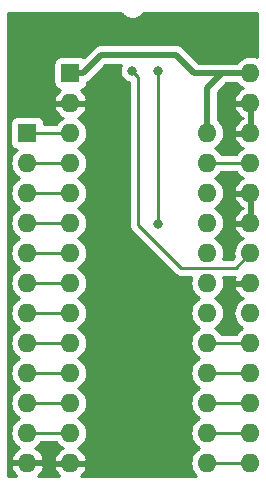
<source format=gbr>
G04 #@! TF.GenerationSoftware,KiCad,Pcbnew,(5.1.4)-1*
G04 #@! TF.CreationDate,2021-05-13T22:14:35-04:00*
G04 #@! TF.ProjectId,27c256_to_82s141,32376332-3536-45f7-946f-5f3832733134,rev?*
G04 #@! TF.SameCoordinates,Original*
G04 #@! TF.FileFunction,Copper,L1,Top*
G04 #@! TF.FilePolarity,Positive*
%FSLAX46Y46*%
G04 Gerber Fmt 4.6, Leading zero omitted, Abs format (unit mm)*
G04 Created by KiCad (PCBNEW (5.1.4)-1) date 2021-05-13 22:14:35*
%MOMM*%
%LPD*%
G04 APERTURE LIST*
%ADD10O,1.600000X1.600000*%
%ADD11R,1.600000X1.600000*%
%ADD12C,0.800000*%
%ADD13C,0.500000*%
%ADD14C,0.250000*%
%ADD15C,0.254000*%
G04 APERTURE END LIST*
D10*
X122390000Y-55800000D03*
X107150000Y-83740000D03*
X122390000Y-58340000D03*
X107150000Y-81200000D03*
X122390000Y-60880000D03*
X107150000Y-78660000D03*
X122390000Y-63420000D03*
X107150000Y-76120000D03*
X122390000Y-65960000D03*
X107150000Y-73580000D03*
X122390000Y-68500000D03*
X107150000Y-71040000D03*
X122390000Y-71040000D03*
X107150000Y-68500000D03*
X122390000Y-73580000D03*
X107150000Y-65960000D03*
X122390000Y-76120000D03*
X107150000Y-63420000D03*
X122390000Y-78660000D03*
X107150000Y-60880000D03*
X122390000Y-81200000D03*
X107150000Y-58340000D03*
X122390000Y-83740000D03*
D11*
X107150000Y-55800000D03*
D10*
X126045001Y-50735001D03*
X110805001Y-83755001D03*
X126045001Y-53275001D03*
X110805001Y-81215001D03*
X126045001Y-55815001D03*
X110805001Y-78675001D03*
X126045001Y-58355001D03*
X110805001Y-76135001D03*
X126045001Y-60895001D03*
X110805001Y-73595001D03*
X126045001Y-63435001D03*
X110805001Y-71055001D03*
X126045001Y-65975001D03*
X110805001Y-68515001D03*
X126045001Y-68515001D03*
X110805001Y-65975001D03*
X126045001Y-71055001D03*
X110805001Y-63435001D03*
X126045001Y-73595001D03*
X110805001Y-60895001D03*
X126045001Y-76135001D03*
X110805001Y-58355001D03*
X126045001Y-78675001D03*
X110805001Y-55815001D03*
X126045001Y-81215001D03*
X110805001Y-53275001D03*
X126045001Y-83755001D03*
D11*
X110805001Y-50735001D03*
D12*
X118450000Y-83800000D03*
X124550000Y-51950000D03*
X124200000Y-69850000D03*
X120250000Y-69850000D03*
X124250000Y-65600000D03*
X118240000Y-50540000D03*
X118260000Y-63480000D03*
X116030000Y-50540000D03*
D13*
X122380000Y-55800000D02*
X122380000Y-51960000D01*
X123604999Y-50735001D02*
X123130000Y-51210000D01*
X126045001Y-50735001D02*
X123604999Y-50735001D01*
X122380000Y-51960000D02*
X123130000Y-51210000D01*
X123604999Y-50735001D02*
X121295001Y-50735001D01*
X121295001Y-50735001D02*
X119750000Y-49190000D01*
X111855001Y-50735001D02*
X110805001Y-50735001D01*
X113400002Y-49190000D02*
X111855001Y-50735001D01*
X119750000Y-49190000D02*
X113400002Y-49190000D01*
D14*
X107165001Y-83755001D02*
X107150000Y-83740000D01*
X110805001Y-83755001D02*
X107165001Y-83755001D01*
X126030000Y-58340000D02*
X126045001Y-58355001D01*
X122380000Y-58340000D02*
X126030000Y-58340000D01*
X110790000Y-81200000D02*
X110805001Y-81215001D01*
X107150000Y-81200000D02*
X110790000Y-81200000D01*
X110820002Y-78660000D02*
X110805001Y-78675001D01*
X107165001Y-78675001D02*
X107150000Y-78660000D01*
X110805001Y-78675001D02*
X107165001Y-78675001D01*
X110790000Y-76120000D02*
X110805001Y-76135001D01*
X107150000Y-76120000D02*
X110790000Y-76120000D01*
X110820002Y-73580000D02*
X110805001Y-73595001D01*
X107165001Y-73595001D02*
X107150000Y-73580000D01*
X110805001Y-73595001D02*
X107165001Y-73595001D01*
X110790000Y-71040000D02*
X110805001Y-71055001D01*
X107150000Y-71040000D02*
X110790000Y-71040000D01*
X118240000Y-50540000D02*
X118240000Y-63460000D01*
X118240000Y-63460000D02*
X118260000Y-63480000D01*
X110820002Y-68500000D02*
X110805001Y-68515001D01*
X107165001Y-68515001D02*
X107150000Y-68500000D01*
X110805001Y-68515001D02*
X107165001Y-68515001D01*
X126030000Y-73580000D02*
X126045001Y-73595001D01*
X122380000Y-73580000D02*
X126030000Y-73580000D01*
X110820002Y-65960000D02*
X110805001Y-65975001D01*
X110790000Y-65960000D02*
X110805001Y-65975001D01*
X107150000Y-65960000D02*
X110790000Y-65960000D01*
X122395001Y-76135001D02*
X122380000Y-76120000D01*
X126045001Y-76135001D02*
X122395001Y-76135001D01*
X110820002Y-63420000D02*
X110805001Y-63435001D01*
X107165001Y-63435001D02*
X107150000Y-63420000D01*
X110805001Y-63435001D02*
X107165001Y-63435001D01*
X126030000Y-78660000D02*
X126045001Y-78675001D01*
X122380000Y-78660000D02*
X126030000Y-78660000D01*
X110820002Y-60880000D02*
X110805001Y-60895001D01*
X110790000Y-60880000D02*
X110805001Y-60895001D01*
X107150000Y-60880000D02*
X110790000Y-60880000D01*
X122395001Y-81215001D02*
X122380000Y-81200000D01*
X126045001Y-81215001D02*
X122395001Y-81215001D01*
X110820002Y-58340000D02*
X110805001Y-58355001D01*
X107165001Y-58355001D02*
X107150000Y-58340000D01*
X110805001Y-58355001D02*
X107165001Y-58355001D01*
X126030000Y-83740000D02*
X126045001Y-83755001D01*
X122380000Y-83740000D02*
X126030000Y-83740000D01*
X110820002Y-55800000D02*
X110805001Y-55815001D01*
X110790000Y-55800000D02*
X110805001Y-55815001D01*
X107150000Y-55800000D02*
X110790000Y-55800000D01*
X116030000Y-50540000D02*
X116540000Y-51050000D01*
X116540000Y-51050000D02*
X116540000Y-63620000D01*
X116540000Y-63620000D02*
X120140000Y-67220000D01*
X124800002Y-67220000D02*
X126045001Y-65975001D01*
X120140000Y-67220000D02*
X124800002Y-67220000D01*
D15*
G36*
X115121119Y-45693156D02*
G01*
X115126943Y-45700297D01*
X115189145Y-45775486D01*
X115231594Y-45817639D01*
X115273439Y-45860371D01*
X115280540Y-45866245D01*
X115356160Y-45927921D01*
X115406025Y-45961052D01*
X115455350Y-45994825D01*
X115463445Y-45999202D01*
X115463448Y-45999204D01*
X115463451Y-45999205D01*
X115463456Y-45999208D01*
X115549617Y-46045020D01*
X115604909Y-46067809D01*
X115659898Y-46091378D01*
X115668701Y-46094103D01*
X115762119Y-46122308D01*
X115820826Y-46133933D01*
X115879316Y-46146365D01*
X115888470Y-46147327D01*
X115888476Y-46147328D01*
X115888481Y-46147328D01*
X115985598Y-46156850D01*
X116014403Y-46156850D01*
X116043054Y-46159964D01*
X116052269Y-46159996D01*
X116055760Y-46159984D01*
X116084459Y-46157070D01*
X116113308Y-46157272D01*
X116122479Y-46156373D01*
X116219527Y-46146173D01*
X116278152Y-46134139D01*
X116336884Y-46122936D01*
X116345706Y-46120272D01*
X116438925Y-46091416D01*
X116494075Y-46068233D01*
X116549537Y-46045825D01*
X116557666Y-46041502D01*
X116557670Y-46041500D01*
X116557673Y-46041498D01*
X116643511Y-45995086D01*
X116693098Y-45961638D01*
X116743156Y-45928881D01*
X116750297Y-45923057D01*
X116825486Y-45860855D01*
X116867639Y-45818406D01*
X116910371Y-45776561D01*
X116916245Y-45769460D01*
X116977921Y-45693840D01*
X117000405Y-45660000D01*
X126590001Y-45660000D01*
X126590001Y-49400754D01*
X126326310Y-49320765D01*
X126115493Y-49300001D01*
X125974509Y-49300001D01*
X125763692Y-49320765D01*
X125493193Y-49402819D01*
X125243900Y-49536069D01*
X125025393Y-49715393D01*
X124914923Y-49850001D01*
X123648465Y-49850001D01*
X123604998Y-49845720D01*
X123561532Y-49850001D01*
X121661580Y-49850001D01*
X120406534Y-48594956D01*
X120378817Y-48561183D01*
X120244059Y-48450589D01*
X120090313Y-48368411D01*
X119923490Y-48317805D01*
X119793477Y-48305000D01*
X119793469Y-48305000D01*
X119750000Y-48300719D01*
X119706531Y-48305000D01*
X113443467Y-48305000D01*
X113400001Y-48300719D01*
X113356535Y-48305000D01*
X113356525Y-48305000D01*
X113226512Y-48317805D01*
X113059689Y-48368411D01*
X112905943Y-48450589D01*
X112905941Y-48450590D01*
X112905942Y-48450590D01*
X112804955Y-48533468D01*
X112804953Y-48533470D01*
X112771185Y-48561183D01*
X112743472Y-48594951D01*
X111942854Y-49395569D01*
X111849181Y-49345499D01*
X111729483Y-49309189D01*
X111605001Y-49296929D01*
X110005001Y-49296929D01*
X109880519Y-49309189D01*
X109760821Y-49345499D01*
X109650507Y-49404464D01*
X109553816Y-49483816D01*
X109474464Y-49580507D01*
X109415499Y-49690821D01*
X109379189Y-49810519D01*
X109366929Y-49935001D01*
X109366929Y-51535001D01*
X109379189Y-51659483D01*
X109415499Y-51779181D01*
X109474464Y-51889495D01*
X109553816Y-51986186D01*
X109650507Y-52065538D01*
X109760821Y-52124503D01*
X109880519Y-52160813D01*
X109905081Y-52163232D01*
X109741482Y-52311587D01*
X109573964Y-52537581D01*
X109453755Y-52791914D01*
X109413097Y-52925962D01*
X109535086Y-53148001D01*
X110678001Y-53148001D01*
X110678001Y-53128001D01*
X110932001Y-53128001D01*
X110932001Y-53148001D01*
X112074916Y-53148001D01*
X112196905Y-52925962D01*
X112156247Y-52791914D01*
X112036038Y-52537581D01*
X111868520Y-52311587D01*
X111704921Y-52163232D01*
X111729483Y-52160813D01*
X111849181Y-52124503D01*
X111959495Y-52065538D01*
X112056186Y-51986186D01*
X112135538Y-51889495D01*
X112194503Y-51779181D01*
X112230813Y-51659483D01*
X112243073Y-51535001D01*
X112243073Y-51531063D01*
X112349060Y-51474412D01*
X112483818Y-51363818D01*
X112511535Y-51330045D01*
X113766581Y-50075000D01*
X115102334Y-50075000D01*
X115034774Y-50238102D01*
X114995000Y-50438061D01*
X114995000Y-50641939D01*
X115034774Y-50841898D01*
X115112795Y-51030256D01*
X115226063Y-51199774D01*
X115370226Y-51343937D01*
X115539744Y-51457205D01*
X115728102Y-51535226D01*
X115780000Y-51545549D01*
X115780001Y-63582668D01*
X115776324Y-63620000D01*
X115790998Y-63768985D01*
X115834454Y-63912246D01*
X115905026Y-64044276D01*
X115963046Y-64114973D01*
X116000000Y-64160001D01*
X116028998Y-64183799D01*
X119576201Y-67731003D01*
X119599999Y-67760001D01*
X119715724Y-67854974D01*
X119847753Y-67925546D01*
X119991014Y-67969003D01*
X120102667Y-67980000D01*
X120102677Y-67980000D01*
X120140000Y-67983676D01*
X120177323Y-67980000D01*
X121048169Y-67980000D01*
X120975764Y-68218691D01*
X120948057Y-68500000D01*
X120975764Y-68781309D01*
X121057818Y-69051808D01*
X121191068Y-69301101D01*
X121370392Y-69519608D01*
X121588899Y-69698932D01*
X121721858Y-69770000D01*
X121588899Y-69841068D01*
X121370392Y-70020392D01*
X121191068Y-70238899D01*
X121057818Y-70488192D01*
X120975764Y-70758691D01*
X120948057Y-71040000D01*
X120975764Y-71321309D01*
X121057818Y-71591808D01*
X121191068Y-71841101D01*
X121370392Y-72059608D01*
X121588899Y-72238932D01*
X121721858Y-72310000D01*
X121588899Y-72381068D01*
X121370392Y-72560392D01*
X121191068Y-72778899D01*
X121057818Y-73028192D01*
X120975764Y-73298691D01*
X120948057Y-73580000D01*
X120975764Y-73861309D01*
X121057818Y-74131808D01*
X121191068Y-74381101D01*
X121370392Y-74599608D01*
X121588899Y-74778932D01*
X121721858Y-74850000D01*
X121588899Y-74921068D01*
X121370392Y-75100392D01*
X121191068Y-75318899D01*
X121057818Y-75568192D01*
X120975764Y-75838691D01*
X120948057Y-76120000D01*
X120975764Y-76401309D01*
X121057818Y-76671808D01*
X121191068Y-76921101D01*
X121370392Y-77139608D01*
X121588899Y-77318932D01*
X121721858Y-77390000D01*
X121588899Y-77461068D01*
X121370392Y-77640392D01*
X121191068Y-77858899D01*
X121057818Y-78108192D01*
X120975764Y-78378691D01*
X120948057Y-78660000D01*
X120975764Y-78941309D01*
X121057818Y-79211808D01*
X121191068Y-79461101D01*
X121370392Y-79679608D01*
X121588899Y-79858932D01*
X121721858Y-79930000D01*
X121588899Y-80001068D01*
X121370392Y-80180392D01*
X121191068Y-80398899D01*
X121057818Y-80648192D01*
X120975764Y-80918691D01*
X120948057Y-81200000D01*
X120975764Y-81481309D01*
X121057818Y-81751808D01*
X121191068Y-82001101D01*
X121370392Y-82219608D01*
X121588899Y-82398932D01*
X121721858Y-82470000D01*
X121588899Y-82541068D01*
X121370392Y-82720392D01*
X121191068Y-82938899D01*
X121057818Y-83188192D01*
X120975764Y-83458691D01*
X120948057Y-83740000D01*
X120975764Y-84021309D01*
X121057818Y-84291808D01*
X121191068Y-84541101D01*
X121370392Y-84759608D01*
X121468350Y-84840000D01*
X111734442Y-84840000D01*
X111868520Y-84718415D01*
X112036038Y-84492421D01*
X112156247Y-84238088D01*
X112196905Y-84104040D01*
X112074916Y-83882001D01*
X110932001Y-83882001D01*
X110932001Y-83902001D01*
X110678001Y-83902001D01*
X110678001Y-83882001D01*
X109535086Y-83882001D01*
X109413097Y-84104040D01*
X109453755Y-84238088D01*
X109573964Y-84492421D01*
X109741482Y-84718415D01*
X109875560Y-84840000D01*
X108062899Y-84840000D01*
X108213519Y-84703414D01*
X108381037Y-84477420D01*
X108501246Y-84223087D01*
X108541904Y-84089039D01*
X108419915Y-83867000D01*
X107277000Y-83867000D01*
X107277000Y-83887000D01*
X107023000Y-83887000D01*
X107023000Y-83867000D01*
X105880085Y-83867000D01*
X105758096Y-84089039D01*
X105798754Y-84223087D01*
X105918963Y-84477420D01*
X106086481Y-84703414D01*
X106237101Y-84840000D01*
X105510000Y-84840000D01*
X105510000Y-58340000D01*
X105708057Y-58340000D01*
X105735764Y-58621309D01*
X105817818Y-58891808D01*
X105951068Y-59141101D01*
X106130392Y-59359608D01*
X106348899Y-59538932D01*
X106481858Y-59610000D01*
X106348899Y-59681068D01*
X106130392Y-59860392D01*
X105951068Y-60078899D01*
X105817818Y-60328192D01*
X105735764Y-60598691D01*
X105708057Y-60880000D01*
X105735764Y-61161309D01*
X105817818Y-61431808D01*
X105951068Y-61681101D01*
X106130392Y-61899608D01*
X106348899Y-62078932D01*
X106481858Y-62150000D01*
X106348899Y-62221068D01*
X106130392Y-62400392D01*
X105951068Y-62618899D01*
X105817818Y-62868192D01*
X105735764Y-63138691D01*
X105708057Y-63420000D01*
X105735764Y-63701309D01*
X105817818Y-63971808D01*
X105951068Y-64221101D01*
X106130392Y-64439608D01*
X106348899Y-64618932D01*
X106481858Y-64690000D01*
X106348899Y-64761068D01*
X106130392Y-64940392D01*
X105951068Y-65158899D01*
X105817818Y-65408192D01*
X105735764Y-65678691D01*
X105708057Y-65960000D01*
X105735764Y-66241309D01*
X105817818Y-66511808D01*
X105951068Y-66761101D01*
X106130392Y-66979608D01*
X106348899Y-67158932D01*
X106481858Y-67230000D01*
X106348899Y-67301068D01*
X106130392Y-67480392D01*
X105951068Y-67698899D01*
X105817818Y-67948192D01*
X105735764Y-68218691D01*
X105708057Y-68500000D01*
X105735764Y-68781309D01*
X105817818Y-69051808D01*
X105951068Y-69301101D01*
X106130392Y-69519608D01*
X106348899Y-69698932D01*
X106481858Y-69770000D01*
X106348899Y-69841068D01*
X106130392Y-70020392D01*
X105951068Y-70238899D01*
X105817818Y-70488192D01*
X105735764Y-70758691D01*
X105708057Y-71040000D01*
X105735764Y-71321309D01*
X105817818Y-71591808D01*
X105951068Y-71841101D01*
X106130392Y-72059608D01*
X106348899Y-72238932D01*
X106481858Y-72310000D01*
X106348899Y-72381068D01*
X106130392Y-72560392D01*
X105951068Y-72778899D01*
X105817818Y-73028192D01*
X105735764Y-73298691D01*
X105708057Y-73580000D01*
X105735764Y-73861309D01*
X105817818Y-74131808D01*
X105951068Y-74381101D01*
X106130392Y-74599608D01*
X106348899Y-74778932D01*
X106481858Y-74850000D01*
X106348899Y-74921068D01*
X106130392Y-75100392D01*
X105951068Y-75318899D01*
X105817818Y-75568192D01*
X105735764Y-75838691D01*
X105708057Y-76120000D01*
X105735764Y-76401309D01*
X105817818Y-76671808D01*
X105951068Y-76921101D01*
X106130392Y-77139608D01*
X106348899Y-77318932D01*
X106481858Y-77390000D01*
X106348899Y-77461068D01*
X106130392Y-77640392D01*
X105951068Y-77858899D01*
X105817818Y-78108192D01*
X105735764Y-78378691D01*
X105708057Y-78660000D01*
X105735764Y-78941309D01*
X105817818Y-79211808D01*
X105951068Y-79461101D01*
X106130392Y-79679608D01*
X106348899Y-79858932D01*
X106481858Y-79930000D01*
X106348899Y-80001068D01*
X106130392Y-80180392D01*
X105951068Y-80398899D01*
X105817818Y-80648192D01*
X105735764Y-80918691D01*
X105708057Y-81200000D01*
X105735764Y-81481309D01*
X105817818Y-81751808D01*
X105951068Y-82001101D01*
X106130392Y-82219608D01*
X106348899Y-82398932D01*
X106486682Y-82472579D01*
X106294869Y-82587615D01*
X106086481Y-82776586D01*
X105918963Y-83002580D01*
X105798754Y-83256913D01*
X105758096Y-83390961D01*
X105880085Y-83613000D01*
X107023000Y-83613000D01*
X107023000Y-83593000D01*
X107277000Y-83593000D01*
X107277000Y-83613000D01*
X108419915Y-83613000D01*
X108541904Y-83390961D01*
X108501246Y-83256913D01*
X108381037Y-83002580D01*
X108213519Y-82776586D01*
X108005131Y-82587615D01*
X107813318Y-82472579D01*
X107951101Y-82398932D01*
X108169608Y-82219608D01*
X108348932Y-82001101D01*
X108370901Y-81960000D01*
X109576082Y-81960000D01*
X109606069Y-82016102D01*
X109785393Y-82234609D01*
X110003900Y-82413933D01*
X110141683Y-82487580D01*
X109949870Y-82602616D01*
X109741482Y-82791587D01*
X109573964Y-83017581D01*
X109453755Y-83271914D01*
X109413097Y-83405962D01*
X109535086Y-83628001D01*
X110678001Y-83628001D01*
X110678001Y-83608001D01*
X110932001Y-83608001D01*
X110932001Y-83628001D01*
X112074916Y-83628001D01*
X112196905Y-83405962D01*
X112156247Y-83271914D01*
X112036038Y-83017581D01*
X111868520Y-82791587D01*
X111660132Y-82602616D01*
X111468319Y-82487580D01*
X111606102Y-82413933D01*
X111824609Y-82234609D01*
X112003933Y-82016102D01*
X112137183Y-81766809D01*
X112219237Y-81496310D01*
X112246944Y-81215001D01*
X112219237Y-80933692D01*
X112137183Y-80663193D01*
X112003933Y-80413900D01*
X111824609Y-80195393D01*
X111606102Y-80016069D01*
X111473143Y-79945001D01*
X111606102Y-79873933D01*
X111824609Y-79694609D01*
X112003933Y-79476102D01*
X112137183Y-79226809D01*
X112219237Y-78956310D01*
X112246944Y-78675001D01*
X112219237Y-78393692D01*
X112137183Y-78123193D01*
X112003933Y-77873900D01*
X111824609Y-77655393D01*
X111606102Y-77476069D01*
X111473143Y-77405001D01*
X111606102Y-77333933D01*
X111824609Y-77154609D01*
X112003933Y-76936102D01*
X112137183Y-76686809D01*
X112219237Y-76416310D01*
X112246944Y-76135001D01*
X112219237Y-75853692D01*
X112137183Y-75583193D01*
X112003933Y-75333900D01*
X111824609Y-75115393D01*
X111606102Y-74936069D01*
X111473143Y-74865001D01*
X111606102Y-74793933D01*
X111824609Y-74614609D01*
X112003933Y-74396102D01*
X112137183Y-74146809D01*
X112219237Y-73876310D01*
X112246944Y-73595001D01*
X112219237Y-73313692D01*
X112137183Y-73043193D01*
X112003933Y-72793900D01*
X111824609Y-72575393D01*
X111606102Y-72396069D01*
X111473143Y-72325001D01*
X111606102Y-72253933D01*
X111824609Y-72074609D01*
X112003933Y-71856102D01*
X112137183Y-71606809D01*
X112219237Y-71336310D01*
X112246944Y-71055001D01*
X112219237Y-70773692D01*
X112137183Y-70503193D01*
X112003933Y-70253900D01*
X111824609Y-70035393D01*
X111606102Y-69856069D01*
X111473143Y-69785001D01*
X111606102Y-69713933D01*
X111824609Y-69534609D01*
X112003933Y-69316102D01*
X112137183Y-69066809D01*
X112219237Y-68796310D01*
X112246944Y-68515001D01*
X112219237Y-68233692D01*
X112137183Y-67963193D01*
X112003933Y-67713900D01*
X111824609Y-67495393D01*
X111606102Y-67316069D01*
X111473143Y-67245001D01*
X111606102Y-67173933D01*
X111824609Y-66994609D01*
X112003933Y-66776102D01*
X112137183Y-66526809D01*
X112219237Y-66256310D01*
X112246944Y-65975001D01*
X112219237Y-65693692D01*
X112137183Y-65423193D01*
X112003933Y-65173900D01*
X111824609Y-64955393D01*
X111606102Y-64776069D01*
X111473143Y-64705001D01*
X111606102Y-64633933D01*
X111824609Y-64454609D01*
X112003933Y-64236102D01*
X112137183Y-63986809D01*
X112219237Y-63716310D01*
X112246944Y-63435001D01*
X112219237Y-63153692D01*
X112137183Y-62883193D01*
X112003933Y-62633900D01*
X111824609Y-62415393D01*
X111606102Y-62236069D01*
X111473143Y-62165001D01*
X111606102Y-62093933D01*
X111824609Y-61914609D01*
X112003933Y-61696102D01*
X112137183Y-61446809D01*
X112219237Y-61176310D01*
X112246944Y-60895001D01*
X112219237Y-60613692D01*
X112137183Y-60343193D01*
X112003933Y-60093900D01*
X111824609Y-59875393D01*
X111606102Y-59696069D01*
X111473143Y-59625001D01*
X111606102Y-59553933D01*
X111824609Y-59374609D01*
X112003933Y-59156102D01*
X112137183Y-58906809D01*
X112219237Y-58636310D01*
X112246944Y-58355001D01*
X112219237Y-58073692D01*
X112137183Y-57803193D01*
X112003933Y-57553900D01*
X111824609Y-57335393D01*
X111606102Y-57156069D01*
X111473143Y-57085001D01*
X111606102Y-57013933D01*
X111824609Y-56834609D01*
X112003933Y-56616102D01*
X112137183Y-56366809D01*
X112219237Y-56096310D01*
X112246944Y-55815001D01*
X112219237Y-55533692D01*
X112137183Y-55263193D01*
X112003933Y-55013900D01*
X111824609Y-54795393D01*
X111606102Y-54616069D01*
X111468319Y-54542422D01*
X111660132Y-54427386D01*
X111868520Y-54238415D01*
X112036038Y-54012421D01*
X112156247Y-53758088D01*
X112196905Y-53624040D01*
X112074916Y-53402001D01*
X110932001Y-53402001D01*
X110932001Y-53422001D01*
X110678001Y-53422001D01*
X110678001Y-53402001D01*
X109535086Y-53402001D01*
X109413097Y-53624040D01*
X109453755Y-53758088D01*
X109573964Y-54012421D01*
X109741482Y-54238415D01*
X109949870Y-54427386D01*
X110141683Y-54542422D01*
X110003900Y-54616069D01*
X109785393Y-54795393D01*
X109606069Y-55013900D01*
X109592118Y-55040000D01*
X108588072Y-55040000D01*
X108588072Y-55000000D01*
X108575812Y-54875518D01*
X108539502Y-54755820D01*
X108480537Y-54645506D01*
X108401185Y-54548815D01*
X108304494Y-54469463D01*
X108194180Y-54410498D01*
X108074482Y-54374188D01*
X107950000Y-54361928D01*
X106350000Y-54361928D01*
X106225518Y-54374188D01*
X106105820Y-54410498D01*
X105995506Y-54469463D01*
X105898815Y-54548815D01*
X105819463Y-54645506D01*
X105760498Y-54755820D01*
X105724188Y-54875518D01*
X105711928Y-55000000D01*
X105711928Y-56600000D01*
X105724188Y-56724482D01*
X105760498Y-56844180D01*
X105819463Y-56954494D01*
X105898815Y-57051185D01*
X105995506Y-57130537D01*
X106105820Y-57189502D01*
X106225518Y-57225812D01*
X106243482Y-57227581D01*
X106130392Y-57320392D01*
X105951068Y-57538899D01*
X105817818Y-57788192D01*
X105735764Y-58058691D01*
X105708057Y-58340000D01*
X105510000Y-58340000D01*
X105510000Y-45660000D01*
X115099422Y-45660000D01*
X115121119Y-45693156D01*
X115121119Y-45693156D01*
G37*
X115121119Y-45693156D02*
X115126943Y-45700297D01*
X115189145Y-45775486D01*
X115231594Y-45817639D01*
X115273439Y-45860371D01*
X115280540Y-45866245D01*
X115356160Y-45927921D01*
X115406025Y-45961052D01*
X115455350Y-45994825D01*
X115463445Y-45999202D01*
X115463448Y-45999204D01*
X115463451Y-45999205D01*
X115463456Y-45999208D01*
X115549617Y-46045020D01*
X115604909Y-46067809D01*
X115659898Y-46091378D01*
X115668701Y-46094103D01*
X115762119Y-46122308D01*
X115820826Y-46133933D01*
X115879316Y-46146365D01*
X115888470Y-46147327D01*
X115888476Y-46147328D01*
X115888481Y-46147328D01*
X115985598Y-46156850D01*
X116014403Y-46156850D01*
X116043054Y-46159964D01*
X116052269Y-46159996D01*
X116055760Y-46159984D01*
X116084459Y-46157070D01*
X116113308Y-46157272D01*
X116122479Y-46156373D01*
X116219527Y-46146173D01*
X116278152Y-46134139D01*
X116336884Y-46122936D01*
X116345706Y-46120272D01*
X116438925Y-46091416D01*
X116494075Y-46068233D01*
X116549537Y-46045825D01*
X116557666Y-46041502D01*
X116557670Y-46041500D01*
X116557673Y-46041498D01*
X116643511Y-45995086D01*
X116693098Y-45961638D01*
X116743156Y-45928881D01*
X116750297Y-45923057D01*
X116825486Y-45860855D01*
X116867639Y-45818406D01*
X116910371Y-45776561D01*
X116916245Y-45769460D01*
X116977921Y-45693840D01*
X117000405Y-45660000D01*
X126590001Y-45660000D01*
X126590001Y-49400754D01*
X126326310Y-49320765D01*
X126115493Y-49300001D01*
X125974509Y-49300001D01*
X125763692Y-49320765D01*
X125493193Y-49402819D01*
X125243900Y-49536069D01*
X125025393Y-49715393D01*
X124914923Y-49850001D01*
X123648465Y-49850001D01*
X123604998Y-49845720D01*
X123561532Y-49850001D01*
X121661580Y-49850001D01*
X120406534Y-48594956D01*
X120378817Y-48561183D01*
X120244059Y-48450589D01*
X120090313Y-48368411D01*
X119923490Y-48317805D01*
X119793477Y-48305000D01*
X119793469Y-48305000D01*
X119750000Y-48300719D01*
X119706531Y-48305000D01*
X113443467Y-48305000D01*
X113400001Y-48300719D01*
X113356535Y-48305000D01*
X113356525Y-48305000D01*
X113226512Y-48317805D01*
X113059689Y-48368411D01*
X112905943Y-48450589D01*
X112905941Y-48450590D01*
X112905942Y-48450590D01*
X112804955Y-48533468D01*
X112804953Y-48533470D01*
X112771185Y-48561183D01*
X112743472Y-48594951D01*
X111942854Y-49395569D01*
X111849181Y-49345499D01*
X111729483Y-49309189D01*
X111605001Y-49296929D01*
X110005001Y-49296929D01*
X109880519Y-49309189D01*
X109760821Y-49345499D01*
X109650507Y-49404464D01*
X109553816Y-49483816D01*
X109474464Y-49580507D01*
X109415499Y-49690821D01*
X109379189Y-49810519D01*
X109366929Y-49935001D01*
X109366929Y-51535001D01*
X109379189Y-51659483D01*
X109415499Y-51779181D01*
X109474464Y-51889495D01*
X109553816Y-51986186D01*
X109650507Y-52065538D01*
X109760821Y-52124503D01*
X109880519Y-52160813D01*
X109905081Y-52163232D01*
X109741482Y-52311587D01*
X109573964Y-52537581D01*
X109453755Y-52791914D01*
X109413097Y-52925962D01*
X109535086Y-53148001D01*
X110678001Y-53148001D01*
X110678001Y-53128001D01*
X110932001Y-53128001D01*
X110932001Y-53148001D01*
X112074916Y-53148001D01*
X112196905Y-52925962D01*
X112156247Y-52791914D01*
X112036038Y-52537581D01*
X111868520Y-52311587D01*
X111704921Y-52163232D01*
X111729483Y-52160813D01*
X111849181Y-52124503D01*
X111959495Y-52065538D01*
X112056186Y-51986186D01*
X112135538Y-51889495D01*
X112194503Y-51779181D01*
X112230813Y-51659483D01*
X112243073Y-51535001D01*
X112243073Y-51531063D01*
X112349060Y-51474412D01*
X112483818Y-51363818D01*
X112511535Y-51330045D01*
X113766581Y-50075000D01*
X115102334Y-50075000D01*
X115034774Y-50238102D01*
X114995000Y-50438061D01*
X114995000Y-50641939D01*
X115034774Y-50841898D01*
X115112795Y-51030256D01*
X115226063Y-51199774D01*
X115370226Y-51343937D01*
X115539744Y-51457205D01*
X115728102Y-51535226D01*
X115780000Y-51545549D01*
X115780001Y-63582668D01*
X115776324Y-63620000D01*
X115790998Y-63768985D01*
X115834454Y-63912246D01*
X115905026Y-64044276D01*
X115963046Y-64114973D01*
X116000000Y-64160001D01*
X116028998Y-64183799D01*
X119576201Y-67731003D01*
X119599999Y-67760001D01*
X119715724Y-67854974D01*
X119847753Y-67925546D01*
X119991014Y-67969003D01*
X120102667Y-67980000D01*
X120102677Y-67980000D01*
X120140000Y-67983676D01*
X120177323Y-67980000D01*
X121048169Y-67980000D01*
X120975764Y-68218691D01*
X120948057Y-68500000D01*
X120975764Y-68781309D01*
X121057818Y-69051808D01*
X121191068Y-69301101D01*
X121370392Y-69519608D01*
X121588899Y-69698932D01*
X121721858Y-69770000D01*
X121588899Y-69841068D01*
X121370392Y-70020392D01*
X121191068Y-70238899D01*
X121057818Y-70488192D01*
X120975764Y-70758691D01*
X120948057Y-71040000D01*
X120975764Y-71321309D01*
X121057818Y-71591808D01*
X121191068Y-71841101D01*
X121370392Y-72059608D01*
X121588899Y-72238932D01*
X121721858Y-72310000D01*
X121588899Y-72381068D01*
X121370392Y-72560392D01*
X121191068Y-72778899D01*
X121057818Y-73028192D01*
X120975764Y-73298691D01*
X120948057Y-73580000D01*
X120975764Y-73861309D01*
X121057818Y-74131808D01*
X121191068Y-74381101D01*
X121370392Y-74599608D01*
X121588899Y-74778932D01*
X121721858Y-74850000D01*
X121588899Y-74921068D01*
X121370392Y-75100392D01*
X121191068Y-75318899D01*
X121057818Y-75568192D01*
X120975764Y-75838691D01*
X120948057Y-76120000D01*
X120975764Y-76401309D01*
X121057818Y-76671808D01*
X121191068Y-76921101D01*
X121370392Y-77139608D01*
X121588899Y-77318932D01*
X121721858Y-77390000D01*
X121588899Y-77461068D01*
X121370392Y-77640392D01*
X121191068Y-77858899D01*
X121057818Y-78108192D01*
X120975764Y-78378691D01*
X120948057Y-78660000D01*
X120975764Y-78941309D01*
X121057818Y-79211808D01*
X121191068Y-79461101D01*
X121370392Y-79679608D01*
X121588899Y-79858932D01*
X121721858Y-79930000D01*
X121588899Y-80001068D01*
X121370392Y-80180392D01*
X121191068Y-80398899D01*
X121057818Y-80648192D01*
X120975764Y-80918691D01*
X120948057Y-81200000D01*
X120975764Y-81481309D01*
X121057818Y-81751808D01*
X121191068Y-82001101D01*
X121370392Y-82219608D01*
X121588899Y-82398932D01*
X121721858Y-82470000D01*
X121588899Y-82541068D01*
X121370392Y-82720392D01*
X121191068Y-82938899D01*
X121057818Y-83188192D01*
X120975764Y-83458691D01*
X120948057Y-83740000D01*
X120975764Y-84021309D01*
X121057818Y-84291808D01*
X121191068Y-84541101D01*
X121370392Y-84759608D01*
X121468350Y-84840000D01*
X111734442Y-84840000D01*
X111868520Y-84718415D01*
X112036038Y-84492421D01*
X112156247Y-84238088D01*
X112196905Y-84104040D01*
X112074916Y-83882001D01*
X110932001Y-83882001D01*
X110932001Y-83902001D01*
X110678001Y-83902001D01*
X110678001Y-83882001D01*
X109535086Y-83882001D01*
X109413097Y-84104040D01*
X109453755Y-84238088D01*
X109573964Y-84492421D01*
X109741482Y-84718415D01*
X109875560Y-84840000D01*
X108062899Y-84840000D01*
X108213519Y-84703414D01*
X108381037Y-84477420D01*
X108501246Y-84223087D01*
X108541904Y-84089039D01*
X108419915Y-83867000D01*
X107277000Y-83867000D01*
X107277000Y-83887000D01*
X107023000Y-83887000D01*
X107023000Y-83867000D01*
X105880085Y-83867000D01*
X105758096Y-84089039D01*
X105798754Y-84223087D01*
X105918963Y-84477420D01*
X106086481Y-84703414D01*
X106237101Y-84840000D01*
X105510000Y-84840000D01*
X105510000Y-58340000D01*
X105708057Y-58340000D01*
X105735764Y-58621309D01*
X105817818Y-58891808D01*
X105951068Y-59141101D01*
X106130392Y-59359608D01*
X106348899Y-59538932D01*
X106481858Y-59610000D01*
X106348899Y-59681068D01*
X106130392Y-59860392D01*
X105951068Y-60078899D01*
X105817818Y-60328192D01*
X105735764Y-60598691D01*
X105708057Y-60880000D01*
X105735764Y-61161309D01*
X105817818Y-61431808D01*
X105951068Y-61681101D01*
X106130392Y-61899608D01*
X106348899Y-62078932D01*
X106481858Y-62150000D01*
X106348899Y-62221068D01*
X106130392Y-62400392D01*
X105951068Y-62618899D01*
X105817818Y-62868192D01*
X105735764Y-63138691D01*
X105708057Y-63420000D01*
X105735764Y-63701309D01*
X105817818Y-63971808D01*
X105951068Y-64221101D01*
X106130392Y-64439608D01*
X106348899Y-64618932D01*
X106481858Y-64690000D01*
X106348899Y-64761068D01*
X106130392Y-64940392D01*
X105951068Y-65158899D01*
X105817818Y-65408192D01*
X105735764Y-65678691D01*
X105708057Y-65960000D01*
X105735764Y-66241309D01*
X105817818Y-66511808D01*
X105951068Y-66761101D01*
X106130392Y-66979608D01*
X106348899Y-67158932D01*
X106481858Y-67230000D01*
X106348899Y-67301068D01*
X106130392Y-67480392D01*
X105951068Y-67698899D01*
X105817818Y-67948192D01*
X105735764Y-68218691D01*
X105708057Y-68500000D01*
X105735764Y-68781309D01*
X105817818Y-69051808D01*
X105951068Y-69301101D01*
X106130392Y-69519608D01*
X106348899Y-69698932D01*
X106481858Y-69770000D01*
X106348899Y-69841068D01*
X106130392Y-70020392D01*
X105951068Y-70238899D01*
X105817818Y-70488192D01*
X105735764Y-70758691D01*
X105708057Y-71040000D01*
X105735764Y-71321309D01*
X105817818Y-71591808D01*
X105951068Y-71841101D01*
X106130392Y-72059608D01*
X106348899Y-72238932D01*
X106481858Y-72310000D01*
X106348899Y-72381068D01*
X106130392Y-72560392D01*
X105951068Y-72778899D01*
X105817818Y-73028192D01*
X105735764Y-73298691D01*
X105708057Y-73580000D01*
X105735764Y-73861309D01*
X105817818Y-74131808D01*
X105951068Y-74381101D01*
X106130392Y-74599608D01*
X106348899Y-74778932D01*
X106481858Y-74850000D01*
X106348899Y-74921068D01*
X106130392Y-75100392D01*
X105951068Y-75318899D01*
X105817818Y-75568192D01*
X105735764Y-75838691D01*
X105708057Y-76120000D01*
X105735764Y-76401309D01*
X105817818Y-76671808D01*
X105951068Y-76921101D01*
X106130392Y-77139608D01*
X106348899Y-77318932D01*
X106481858Y-77390000D01*
X106348899Y-77461068D01*
X106130392Y-77640392D01*
X105951068Y-77858899D01*
X105817818Y-78108192D01*
X105735764Y-78378691D01*
X105708057Y-78660000D01*
X105735764Y-78941309D01*
X105817818Y-79211808D01*
X105951068Y-79461101D01*
X106130392Y-79679608D01*
X106348899Y-79858932D01*
X106481858Y-79930000D01*
X106348899Y-80001068D01*
X106130392Y-80180392D01*
X105951068Y-80398899D01*
X105817818Y-80648192D01*
X105735764Y-80918691D01*
X105708057Y-81200000D01*
X105735764Y-81481309D01*
X105817818Y-81751808D01*
X105951068Y-82001101D01*
X106130392Y-82219608D01*
X106348899Y-82398932D01*
X106486682Y-82472579D01*
X106294869Y-82587615D01*
X106086481Y-82776586D01*
X105918963Y-83002580D01*
X105798754Y-83256913D01*
X105758096Y-83390961D01*
X105880085Y-83613000D01*
X107023000Y-83613000D01*
X107023000Y-83593000D01*
X107277000Y-83593000D01*
X107277000Y-83613000D01*
X108419915Y-83613000D01*
X108541904Y-83390961D01*
X108501246Y-83256913D01*
X108381037Y-83002580D01*
X108213519Y-82776586D01*
X108005131Y-82587615D01*
X107813318Y-82472579D01*
X107951101Y-82398932D01*
X108169608Y-82219608D01*
X108348932Y-82001101D01*
X108370901Y-81960000D01*
X109576082Y-81960000D01*
X109606069Y-82016102D01*
X109785393Y-82234609D01*
X110003900Y-82413933D01*
X110141683Y-82487580D01*
X109949870Y-82602616D01*
X109741482Y-82791587D01*
X109573964Y-83017581D01*
X109453755Y-83271914D01*
X109413097Y-83405962D01*
X109535086Y-83628001D01*
X110678001Y-83628001D01*
X110678001Y-83608001D01*
X110932001Y-83608001D01*
X110932001Y-83628001D01*
X112074916Y-83628001D01*
X112196905Y-83405962D01*
X112156247Y-83271914D01*
X112036038Y-83017581D01*
X111868520Y-82791587D01*
X111660132Y-82602616D01*
X111468319Y-82487580D01*
X111606102Y-82413933D01*
X111824609Y-82234609D01*
X112003933Y-82016102D01*
X112137183Y-81766809D01*
X112219237Y-81496310D01*
X112246944Y-81215001D01*
X112219237Y-80933692D01*
X112137183Y-80663193D01*
X112003933Y-80413900D01*
X111824609Y-80195393D01*
X111606102Y-80016069D01*
X111473143Y-79945001D01*
X111606102Y-79873933D01*
X111824609Y-79694609D01*
X112003933Y-79476102D01*
X112137183Y-79226809D01*
X112219237Y-78956310D01*
X112246944Y-78675001D01*
X112219237Y-78393692D01*
X112137183Y-78123193D01*
X112003933Y-77873900D01*
X111824609Y-77655393D01*
X111606102Y-77476069D01*
X111473143Y-77405001D01*
X111606102Y-77333933D01*
X111824609Y-77154609D01*
X112003933Y-76936102D01*
X112137183Y-76686809D01*
X112219237Y-76416310D01*
X112246944Y-76135001D01*
X112219237Y-75853692D01*
X112137183Y-75583193D01*
X112003933Y-75333900D01*
X111824609Y-75115393D01*
X111606102Y-74936069D01*
X111473143Y-74865001D01*
X111606102Y-74793933D01*
X111824609Y-74614609D01*
X112003933Y-74396102D01*
X112137183Y-74146809D01*
X112219237Y-73876310D01*
X112246944Y-73595001D01*
X112219237Y-73313692D01*
X112137183Y-73043193D01*
X112003933Y-72793900D01*
X111824609Y-72575393D01*
X111606102Y-72396069D01*
X111473143Y-72325001D01*
X111606102Y-72253933D01*
X111824609Y-72074609D01*
X112003933Y-71856102D01*
X112137183Y-71606809D01*
X112219237Y-71336310D01*
X112246944Y-71055001D01*
X112219237Y-70773692D01*
X112137183Y-70503193D01*
X112003933Y-70253900D01*
X111824609Y-70035393D01*
X111606102Y-69856069D01*
X111473143Y-69785001D01*
X111606102Y-69713933D01*
X111824609Y-69534609D01*
X112003933Y-69316102D01*
X112137183Y-69066809D01*
X112219237Y-68796310D01*
X112246944Y-68515001D01*
X112219237Y-68233692D01*
X112137183Y-67963193D01*
X112003933Y-67713900D01*
X111824609Y-67495393D01*
X111606102Y-67316069D01*
X111473143Y-67245001D01*
X111606102Y-67173933D01*
X111824609Y-66994609D01*
X112003933Y-66776102D01*
X112137183Y-66526809D01*
X112219237Y-66256310D01*
X112246944Y-65975001D01*
X112219237Y-65693692D01*
X112137183Y-65423193D01*
X112003933Y-65173900D01*
X111824609Y-64955393D01*
X111606102Y-64776069D01*
X111473143Y-64705001D01*
X111606102Y-64633933D01*
X111824609Y-64454609D01*
X112003933Y-64236102D01*
X112137183Y-63986809D01*
X112219237Y-63716310D01*
X112246944Y-63435001D01*
X112219237Y-63153692D01*
X112137183Y-62883193D01*
X112003933Y-62633900D01*
X111824609Y-62415393D01*
X111606102Y-62236069D01*
X111473143Y-62165001D01*
X111606102Y-62093933D01*
X111824609Y-61914609D01*
X112003933Y-61696102D01*
X112137183Y-61446809D01*
X112219237Y-61176310D01*
X112246944Y-60895001D01*
X112219237Y-60613692D01*
X112137183Y-60343193D01*
X112003933Y-60093900D01*
X111824609Y-59875393D01*
X111606102Y-59696069D01*
X111473143Y-59625001D01*
X111606102Y-59553933D01*
X111824609Y-59374609D01*
X112003933Y-59156102D01*
X112137183Y-58906809D01*
X112219237Y-58636310D01*
X112246944Y-58355001D01*
X112219237Y-58073692D01*
X112137183Y-57803193D01*
X112003933Y-57553900D01*
X111824609Y-57335393D01*
X111606102Y-57156069D01*
X111473143Y-57085001D01*
X111606102Y-57013933D01*
X111824609Y-56834609D01*
X112003933Y-56616102D01*
X112137183Y-56366809D01*
X112219237Y-56096310D01*
X112246944Y-55815001D01*
X112219237Y-55533692D01*
X112137183Y-55263193D01*
X112003933Y-55013900D01*
X111824609Y-54795393D01*
X111606102Y-54616069D01*
X111468319Y-54542422D01*
X111660132Y-54427386D01*
X111868520Y-54238415D01*
X112036038Y-54012421D01*
X112156247Y-53758088D01*
X112196905Y-53624040D01*
X112074916Y-53402001D01*
X110932001Y-53402001D01*
X110932001Y-53422001D01*
X110678001Y-53422001D01*
X110678001Y-53402001D01*
X109535086Y-53402001D01*
X109413097Y-53624040D01*
X109453755Y-53758088D01*
X109573964Y-54012421D01*
X109741482Y-54238415D01*
X109949870Y-54427386D01*
X110141683Y-54542422D01*
X110003900Y-54616069D01*
X109785393Y-54795393D01*
X109606069Y-55013900D01*
X109592118Y-55040000D01*
X108588072Y-55040000D01*
X108588072Y-55000000D01*
X108575812Y-54875518D01*
X108539502Y-54755820D01*
X108480537Y-54645506D01*
X108401185Y-54548815D01*
X108304494Y-54469463D01*
X108194180Y-54410498D01*
X108074482Y-54374188D01*
X107950000Y-54361928D01*
X106350000Y-54361928D01*
X106225518Y-54374188D01*
X106105820Y-54410498D01*
X105995506Y-54469463D01*
X105898815Y-54548815D01*
X105819463Y-54645506D01*
X105760498Y-54755820D01*
X105724188Y-54875518D01*
X105711928Y-55000000D01*
X105711928Y-56600000D01*
X105724188Y-56724482D01*
X105760498Y-56844180D01*
X105819463Y-56954494D01*
X105898815Y-57051185D01*
X105995506Y-57130537D01*
X106105820Y-57189502D01*
X106225518Y-57225812D01*
X106243482Y-57227581D01*
X106130392Y-57320392D01*
X105951068Y-57538899D01*
X105817818Y-57788192D01*
X105735764Y-58058691D01*
X105708057Y-58340000D01*
X105510000Y-58340000D01*
X105510000Y-45660000D01*
X115099422Y-45660000D01*
X115121119Y-45693156D01*
G36*
X124693755Y-68031914D02*
G01*
X124653097Y-68165962D01*
X124775086Y-68388001D01*
X125918001Y-68388001D01*
X125918001Y-68368001D01*
X126172001Y-68368001D01*
X126172001Y-68388001D01*
X126192001Y-68388001D01*
X126192001Y-68642001D01*
X126172001Y-68642001D01*
X126172001Y-68662001D01*
X125918001Y-68662001D01*
X125918001Y-68642001D01*
X124775086Y-68642001D01*
X124653097Y-68864040D01*
X124693755Y-68998088D01*
X124813964Y-69252421D01*
X124981482Y-69478415D01*
X125189870Y-69667386D01*
X125381683Y-69782422D01*
X125243900Y-69856069D01*
X125025393Y-70035393D01*
X124846069Y-70253900D01*
X124712819Y-70503193D01*
X124630765Y-70773692D01*
X124603058Y-71055001D01*
X124630765Y-71336310D01*
X124712819Y-71606809D01*
X124846069Y-71856102D01*
X125025393Y-72074609D01*
X125243900Y-72253933D01*
X125376859Y-72325001D01*
X125243900Y-72396069D01*
X125025393Y-72575393D01*
X124846069Y-72793900D01*
X124832118Y-72820000D01*
X123610901Y-72820000D01*
X123588932Y-72778899D01*
X123409608Y-72560392D01*
X123191101Y-72381068D01*
X123058142Y-72310000D01*
X123191101Y-72238932D01*
X123409608Y-72059608D01*
X123588932Y-71841101D01*
X123722182Y-71591808D01*
X123804236Y-71321309D01*
X123831943Y-71040000D01*
X123804236Y-70758691D01*
X123722182Y-70488192D01*
X123588932Y-70238899D01*
X123409608Y-70020392D01*
X123191101Y-69841068D01*
X123058142Y-69770000D01*
X123191101Y-69698932D01*
X123409608Y-69519608D01*
X123588932Y-69301101D01*
X123722182Y-69051808D01*
X123804236Y-68781309D01*
X123831943Y-68500000D01*
X123804236Y-68218691D01*
X123731831Y-67980000D01*
X124718292Y-67980000D01*
X124693755Y-68031914D01*
X124693755Y-68031914D01*
G37*
X124693755Y-68031914D02*
X124653097Y-68165962D01*
X124775086Y-68388001D01*
X125918001Y-68388001D01*
X125918001Y-68368001D01*
X126172001Y-68368001D01*
X126172001Y-68388001D01*
X126192001Y-68388001D01*
X126192001Y-68642001D01*
X126172001Y-68642001D01*
X126172001Y-68662001D01*
X125918001Y-68662001D01*
X125918001Y-68642001D01*
X124775086Y-68642001D01*
X124653097Y-68864040D01*
X124693755Y-68998088D01*
X124813964Y-69252421D01*
X124981482Y-69478415D01*
X125189870Y-69667386D01*
X125381683Y-69782422D01*
X125243900Y-69856069D01*
X125025393Y-70035393D01*
X124846069Y-70253900D01*
X124712819Y-70503193D01*
X124630765Y-70773692D01*
X124603058Y-71055001D01*
X124630765Y-71336310D01*
X124712819Y-71606809D01*
X124846069Y-71856102D01*
X125025393Y-72074609D01*
X125243900Y-72253933D01*
X125376859Y-72325001D01*
X125243900Y-72396069D01*
X125025393Y-72575393D01*
X124846069Y-72793900D01*
X124832118Y-72820000D01*
X123610901Y-72820000D01*
X123588932Y-72778899D01*
X123409608Y-72560392D01*
X123191101Y-72381068D01*
X123058142Y-72310000D01*
X123191101Y-72238932D01*
X123409608Y-72059608D01*
X123588932Y-71841101D01*
X123722182Y-71591808D01*
X123804236Y-71321309D01*
X123831943Y-71040000D01*
X123804236Y-70758691D01*
X123722182Y-70488192D01*
X123588932Y-70238899D01*
X123409608Y-70020392D01*
X123191101Y-69841068D01*
X123058142Y-69770000D01*
X123191101Y-69698932D01*
X123409608Y-69519608D01*
X123588932Y-69301101D01*
X123722182Y-69051808D01*
X123804236Y-68781309D01*
X123831943Y-68500000D01*
X123804236Y-68218691D01*
X123731831Y-67980000D01*
X124718292Y-67980000D01*
X124693755Y-68031914D01*
G36*
X124846069Y-59156102D02*
G01*
X125025393Y-59374609D01*
X125243900Y-59553933D01*
X125381683Y-59627580D01*
X125189870Y-59742616D01*
X124981482Y-59931587D01*
X124813964Y-60157581D01*
X124693755Y-60411914D01*
X124653097Y-60545962D01*
X124775086Y-60768001D01*
X125918001Y-60768001D01*
X125918001Y-60748001D01*
X126172001Y-60748001D01*
X126172001Y-60768001D01*
X126192001Y-60768001D01*
X126192001Y-61022001D01*
X126172001Y-61022001D01*
X126172001Y-63308001D01*
X126192001Y-63308001D01*
X126192001Y-63562001D01*
X126172001Y-63562001D01*
X126172001Y-63582001D01*
X125918001Y-63582001D01*
X125918001Y-63562001D01*
X124775086Y-63562001D01*
X124653097Y-63784040D01*
X124693755Y-63918088D01*
X124813964Y-64172421D01*
X124981482Y-64398415D01*
X125189870Y-64587386D01*
X125381683Y-64702422D01*
X125243900Y-64776069D01*
X125025393Y-64955393D01*
X124846069Y-65173900D01*
X124712819Y-65423193D01*
X124630765Y-65693692D01*
X124603058Y-65975001D01*
X124630765Y-66256310D01*
X124644293Y-66300907D01*
X124485201Y-66460000D01*
X123737898Y-66460000D01*
X123804236Y-66241309D01*
X123831943Y-65960000D01*
X123804236Y-65678691D01*
X123722182Y-65408192D01*
X123588932Y-65158899D01*
X123409608Y-64940392D01*
X123191101Y-64761068D01*
X123058142Y-64690000D01*
X123191101Y-64618932D01*
X123409608Y-64439608D01*
X123588932Y-64221101D01*
X123722182Y-63971808D01*
X123804236Y-63701309D01*
X123831943Y-63420000D01*
X123804236Y-63138691D01*
X123722182Y-62868192D01*
X123588932Y-62618899D01*
X123409608Y-62400392D01*
X123191101Y-62221068D01*
X123058142Y-62150000D01*
X123191101Y-62078932D01*
X123409608Y-61899608D01*
X123588932Y-61681101D01*
X123722182Y-61431808D01*
X123779140Y-61244040D01*
X124653097Y-61244040D01*
X124693755Y-61378088D01*
X124813964Y-61632421D01*
X124981482Y-61858415D01*
X125189870Y-62047386D01*
X125385983Y-62165001D01*
X125189870Y-62282616D01*
X124981482Y-62471587D01*
X124813964Y-62697581D01*
X124693755Y-62951914D01*
X124653097Y-63085962D01*
X124775086Y-63308001D01*
X125918001Y-63308001D01*
X125918001Y-61022001D01*
X124775086Y-61022001D01*
X124653097Y-61244040D01*
X123779140Y-61244040D01*
X123804236Y-61161309D01*
X123831943Y-60880000D01*
X123804236Y-60598691D01*
X123722182Y-60328192D01*
X123588932Y-60078899D01*
X123409608Y-59860392D01*
X123191101Y-59681068D01*
X123058142Y-59610000D01*
X123191101Y-59538932D01*
X123409608Y-59359608D01*
X123588932Y-59141101D01*
X123610901Y-59100000D01*
X124816082Y-59100000D01*
X124846069Y-59156102D01*
X124846069Y-59156102D01*
G37*
X124846069Y-59156102D02*
X125025393Y-59374609D01*
X125243900Y-59553933D01*
X125381683Y-59627580D01*
X125189870Y-59742616D01*
X124981482Y-59931587D01*
X124813964Y-60157581D01*
X124693755Y-60411914D01*
X124653097Y-60545962D01*
X124775086Y-60768001D01*
X125918001Y-60768001D01*
X125918001Y-60748001D01*
X126172001Y-60748001D01*
X126172001Y-60768001D01*
X126192001Y-60768001D01*
X126192001Y-61022001D01*
X126172001Y-61022001D01*
X126172001Y-63308001D01*
X126192001Y-63308001D01*
X126192001Y-63562001D01*
X126172001Y-63562001D01*
X126172001Y-63582001D01*
X125918001Y-63582001D01*
X125918001Y-63562001D01*
X124775086Y-63562001D01*
X124653097Y-63784040D01*
X124693755Y-63918088D01*
X124813964Y-64172421D01*
X124981482Y-64398415D01*
X125189870Y-64587386D01*
X125381683Y-64702422D01*
X125243900Y-64776069D01*
X125025393Y-64955393D01*
X124846069Y-65173900D01*
X124712819Y-65423193D01*
X124630765Y-65693692D01*
X124603058Y-65975001D01*
X124630765Y-66256310D01*
X124644293Y-66300907D01*
X124485201Y-66460000D01*
X123737898Y-66460000D01*
X123804236Y-66241309D01*
X123831943Y-65960000D01*
X123804236Y-65678691D01*
X123722182Y-65408192D01*
X123588932Y-65158899D01*
X123409608Y-64940392D01*
X123191101Y-64761068D01*
X123058142Y-64690000D01*
X123191101Y-64618932D01*
X123409608Y-64439608D01*
X123588932Y-64221101D01*
X123722182Y-63971808D01*
X123804236Y-63701309D01*
X123831943Y-63420000D01*
X123804236Y-63138691D01*
X123722182Y-62868192D01*
X123588932Y-62618899D01*
X123409608Y-62400392D01*
X123191101Y-62221068D01*
X123058142Y-62150000D01*
X123191101Y-62078932D01*
X123409608Y-61899608D01*
X123588932Y-61681101D01*
X123722182Y-61431808D01*
X123779140Y-61244040D01*
X124653097Y-61244040D01*
X124693755Y-61378088D01*
X124813964Y-61632421D01*
X124981482Y-61858415D01*
X125189870Y-62047386D01*
X125385983Y-62165001D01*
X125189870Y-62282616D01*
X124981482Y-62471587D01*
X124813964Y-62697581D01*
X124693755Y-62951914D01*
X124653097Y-63085962D01*
X124775086Y-63308001D01*
X125918001Y-63308001D01*
X125918001Y-61022001D01*
X124775086Y-61022001D01*
X124653097Y-61244040D01*
X123779140Y-61244040D01*
X123804236Y-61161309D01*
X123831943Y-60880000D01*
X123804236Y-60598691D01*
X123722182Y-60328192D01*
X123588932Y-60078899D01*
X123409608Y-59860392D01*
X123191101Y-59681068D01*
X123058142Y-59610000D01*
X123191101Y-59538932D01*
X123409608Y-59359608D01*
X123588932Y-59141101D01*
X123610901Y-59100000D01*
X124816082Y-59100000D01*
X124846069Y-59156102D01*
G36*
X125025393Y-51754609D02*
G01*
X125243900Y-51933933D01*
X125381683Y-52007580D01*
X125189870Y-52122616D01*
X124981482Y-52311587D01*
X124813964Y-52537581D01*
X124693755Y-52791914D01*
X124653097Y-52925962D01*
X124775086Y-53148001D01*
X125918001Y-53148001D01*
X125918001Y-53128001D01*
X126172001Y-53128001D01*
X126172001Y-53148001D01*
X126192001Y-53148001D01*
X126192001Y-53402001D01*
X126172001Y-53402001D01*
X126172001Y-55688001D01*
X126192001Y-55688001D01*
X126192001Y-55942001D01*
X126172001Y-55942001D01*
X126172001Y-55962001D01*
X125918001Y-55962001D01*
X125918001Y-55942001D01*
X124775086Y-55942001D01*
X124653097Y-56164040D01*
X124693755Y-56298088D01*
X124813964Y-56552421D01*
X124981482Y-56778415D01*
X125189870Y-56967386D01*
X125381683Y-57082422D01*
X125243900Y-57156069D01*
X125025393Y-57335393D01*
X124846069Y-57553900D01*
X124832118Y-57580000D01*
X123610901Y-57580000D01*
X123588932Y-57538899D01*
X123409608Y-57320392D01*
X123191101Y-57141068D01*
X123058142Y-57070000D01*
X123191101Y-56998932D01*
X123409608Y-56819608D01*
X123588932Y-56601101D01*
X123722182Y-56351808D01*
X123804236Y-56081309D01*
X123831943Y-55800000D01*
X123804236Y-55518691D01*
X123722182Y-55248192D01*
X123588932Y-54998899D01*
X123409608Y-54780392D01*
X123265000Y-54661715D01*
X123265000Y-53624040D01*
X124653097Y-53624040D01*
X124693755Y-53758088D01*
X124813964Y-54012421D01*
X124981482Y-54238415D01*
X125189870Y-54427386D01*
X125385983Y-54545001D01*
X125189870Y-54662616D01*
X124981482Y-54851587D01*
X124813964Y-55077581D01*
X124693755Y-55331914D01*
X124653097Y-55465962D01*
X124775086Y-55688001D01*
X125918001Y-55688001D01*
X125918001Y-53402001D01*
X124775086Y-53402001D01*
X124653097Y-53624040D01*
X123265000Y-53624040D01*
X123265000Y-52326578D01*
X123786532Y-51805047D01*
X123786537Y-51805041D01*
X123971577Y-51620001D01*
X124914923Y-51620001D01*
X125025393Y-51754609D01*
X125025393Y-51754609D01*
G37*
X125025393Y-51754609D02*
X125243900Y-51933933D01*
X125381683Y-52007580D01*
X125189870Y-52122616D01*
X124981482Y-52311587D01*
X124813964Y-52537581D01*
X124693755Y-52791914D01*
X124653097Y-52925962D01*
X124775086Y-53148001D01*
X125918001Y-53148001D01*
X125918001Y-53128001D01*
X126172001Y-53128001D01*
X126172001Y-53148001D01*
X126192001Y-53148001D01*
X126192001Y-53402001D01*
X126172001Y-53402001D01*
X126172001Y-55688001D01*
X126192001Y-55688001D01*
X126192001Y-55942001D01*
X126172001Y-55942001D01*
X126172001Y-55962001D01*
X125918001Y-55962001D01*
X125918001Y-55942001D01*
X124775086Y-55942001D01*
X124653097Y-56164040D01*
X124693755Y-56298088D01*
X124813964Y-56552421D01*
X124981482Y-56778415D01*
X125189870Y-56967386D01*
X125381683Y-57082422D01*
X125243900Y-57156069D01*
X125025393Y-57335393D01*
X124846069Y-57553900D01*
X124832118Y-57580000D01*
X123610901Y-57580000D01*
X123588932Y-57538899D01*
X123409608Y-57320392D01*
X123191101Y-57141068D01*
X123058142Y-57070000D01*
X123191101Y-56998932D01*
X123409608Y-56819608D01*
X123588932Y-56601101D01*
X123722182Y-56351808D01*
X123804236Y-56081309D01*
X123831943Y-55800000D01*
X123804236Y-55518691D01*
X123722182Y-55248192D01*
X123588932Y-54998899D01*
X123409608Y-54780392D01*
X123265000Y-54661715D01*
X123265000Y-53624040D01*
X124653097Y-53624040D01*
X124693755Y-53758088D01*
X124813964Y-54012421D01*
X124981482Y-54238415D01*
X125189870Y-54427386D01*
X125385983Y-54545001D01*
X125189870Y-54662616D01*
X124981482Y-54851587D01*
X124813964Y-55077581D01*
X124693755Y-55331914D01*
X124653097Y-55465962D01*
X124775086Y-55688001D01*
X125918001Y-55688001D01*
X125918001Y-53402001D01*
X124775086Y-53402001D01*
X124653097Y-53624040D01*
X123265000Y-53624040D01*
X123265000Y-52326578D01*
X123786532Y-51805047D01*
X123786537Y-51805041D01*
X123971577Y-51620001D01*
X124914923Y-51620001D01*
X125025393Y-51754609D01*
M02*

</source>
